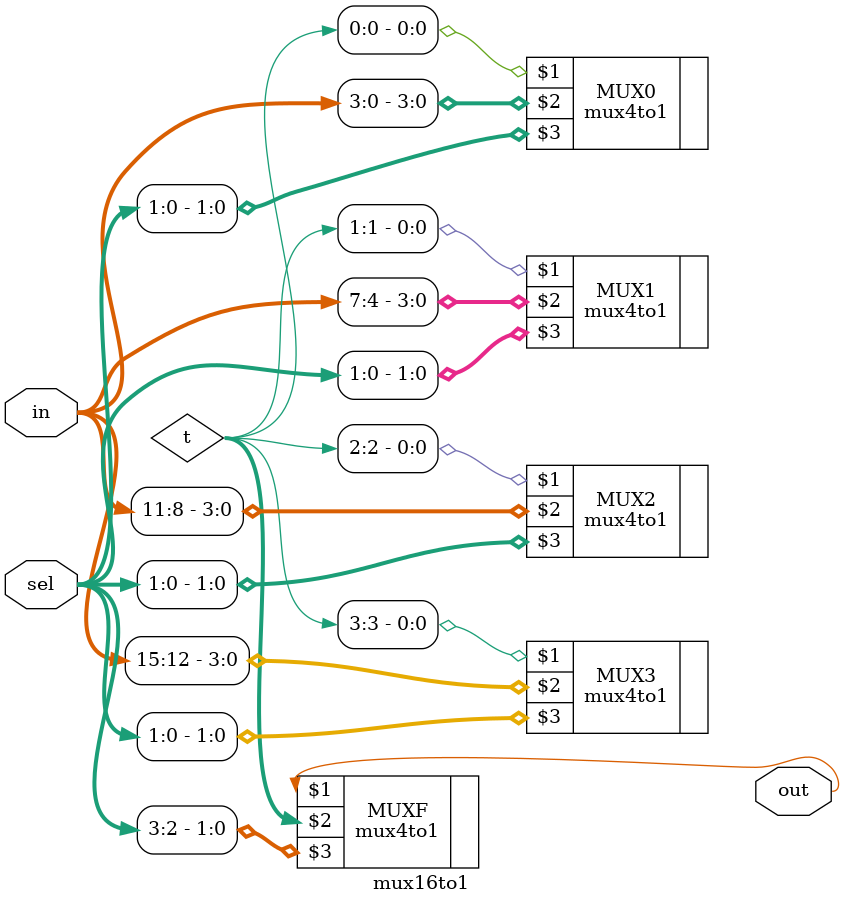
<source format=v>

module mux16to1(out, in, sel);
	input [15:0] in;
	input [3:0] sel;
	output out;
	
	wire [3:0] t;

	mux4to1 MUX0(t[0], in[3:0], sel[1:0]);
	mux4to1 MUX1(t[1], in[7:4], sel[1:0]);
	mux4to1 MUX2(t[2], in[11:8], sel[1:0]);
	mux4to1 MUX3(t[3], in[15:12], sel[1:0]);
	mux4to1 MUXF(out, t, sel[3:2]);
endmodule

</source>
